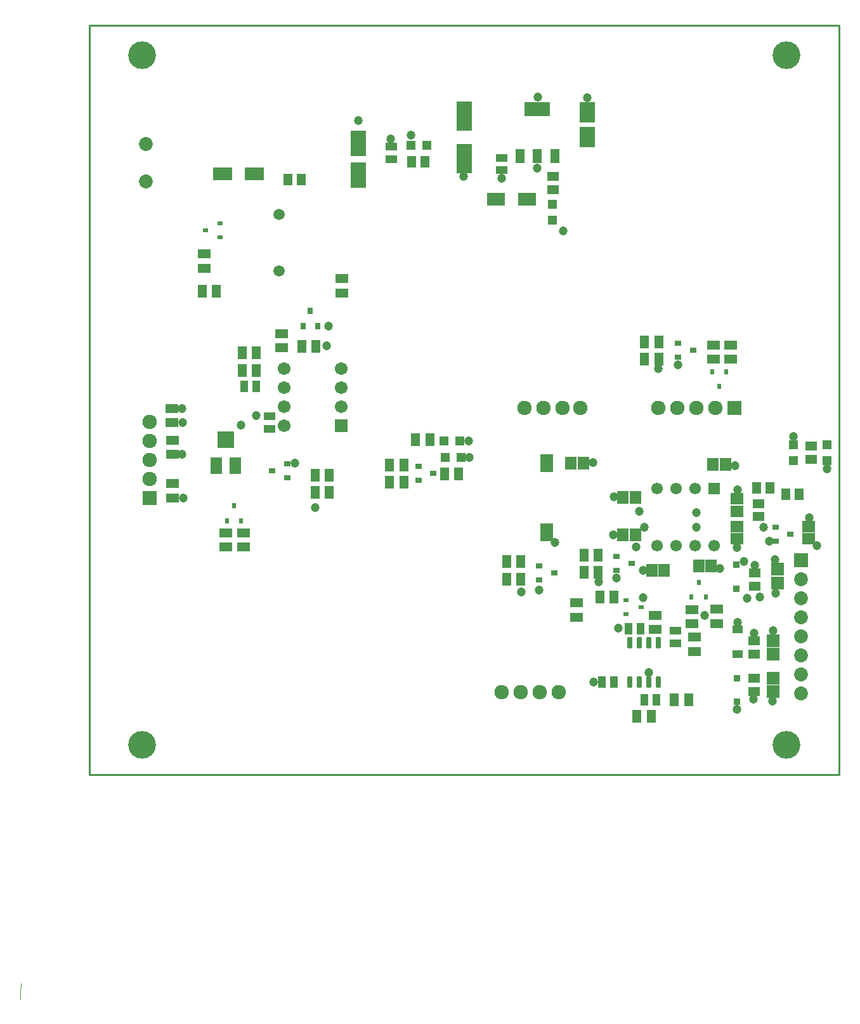
<source format=gts>
G04*
G04 #@! TF.GenerationSoftware,Altium Limited,Altium Designer,20.2.7 (254)*
G04*
G04 Layer_Color=8388736*
%FSLAX25Y25*%
%MOIN*%
G70*
G04*
G04 #@! TF.SameCoordinates,6A7C296C-3D1D-46A6-B2F7-2068CE29E54D*
G04*
G04*
G04 #@! TF.FilePolarity,Negative*
G04*
G01*
G75*
%ADD14C,0.01000*%
%ADD15C,0.00050*%
%ADD24R,0.04724X0.04724*%
%ADD32R,0.02200X0.02900*%
%ADD36R,0.03740X0.03543*%
%ADD39R,0.02900X0.02200*%
%ADD42R,0.04724X0.04724*%
%ADD46R,0.03556X0.03162*%
%ADD47R,0.04737X0.06509*%
%ADD48R,0.07099X0.09383*%
%ADD49R,0.07099X0.09461*%
%ADD50R,0.05918X0.06509*%
%ADD51R,0.08083X0.13398*%
%ADD52R,0.06509X0.04737*%
%ADD53R,0.06272X0.04383*%
%ADD54R,0.07887X0.15367*%
%ADD55R,0.04540X0.07690*%
%ADD56R,0.13398X0.07690*%
%ADD57R,0.07887X0.11036*%
%ADD58R,0.05131X0.06312*%
%ADD59R,0.06312X0.05131*%
%ADD60R,0.03556X0.03162*%
%ADD61R,0.05918X0.08674*%
%ADD62R,0.08674X0.08674*%
%ADD63R,0.06902X0.06706*%
%ADD64R,0.05603X0.04383*%
%ADD65R,0.06509X0.05918*%
%ADD66R,0.03162X0.03556*%
G04:AMPARAMS|DCode=67|XSize=29.65mil|YSize=57.21mil|CornerRadius=5.95mil|HoleSize=0mil|Usage=FLASHONLY|Rotation=0.000|XOffset=0mil|YOffset=0mil|HoleType=Round|Shape=RoundedRectangle|*
%AMROUNDEDRECTD67*
21,1,0.02965,0.04532,0,0,0.0*
21,1,0.01776,0.05721,0,0,0.0*
1,1,0.01190,0.00888,-0.02266*
1,1,0.01190,-0.00888,-0.02266*
1,1,0.01190,-0.00888,0.02266*
1,1,0.01190,0.00888,0.02266*
%
%ADD67ROUNDEDRECTD67*%
%ADD68R,0.09658X0.06706*%
%ADD69R,0.04383X0.06272*%
%ADD70R,0.09855X0.06902*%
%ADD71C,0.07591*%
%ADD72C,0.06102*%
%ADD73C,0.05918*%
%ADD74C,0.06706*%
%ADD75R,0.06706X0.06706*%
%ADD76R,0.07591X0.07591*%
%ADD77R,0.06102X0.06102*%
%ADD78C,0.07296*%
%ADD79R,0.07296X0.07296*%
%ADD80R,0.07591X0.07591*%
%ADD81C,0.04737*%
%ADD82C,0.14580*%
D14*
X0Y0D02*
X393701D01*
Y393701D01*
X0D02*
X393701D01*
X0Y0D02*
Y393701D01*
D15*
X-36371Y-118085D02*
G03*
X-36045Y-109630I-19940810J772725D01*
G01*
D24*
X168839Y330709D02*
D03*
X177106D02*
D03*
X186075Y175415D02*
D03*
X194343D02*
D03*
X195024Y166638D02*
D03*
X186756D02*
D03*
D32*
X72161Y133512D02*
D03*
X79661D02*
D03*
X75911Y141312D02*
D03*
X320007Y101173D02*
D03*
X323757Y93373D02*
D03*
X316257D02*
D03*
X330896Y203989D02*
D03*
X327146Y211789D02*
D03*
X334646D02*
D03*
D36*
X340075Y50886D02*
D03*
Y38484D02*
D03*
X339988Y110276D02*
D03*
Y97874D02*
D03*
D39*
X60801Y286022D02*
D03*
X68601Y289772D02*
D03*
Y282272D02*
D03*
X289680Y88006D02*
D03*
X281880Y84256D02*
D03*
Y91756D02*
D03*
D42*
X369976Y165157D02*
D03*
Y173425D02*
D03*
X387431D02*
D03*
Y165157D02*
D03*
X243244Y291322D02*
D03*
Y299590D02*
D03*
D46*
X236221Y109843D02*
D03*
Y102362D02*
D03*
X244094Y106102D02*
D03*
X276797Y114818D02*
D03*
Y107338D02*
D03*
X284671Y111078D02*
D03*
X95974Y159835D02*
D03*
X103848Y163575D02*
D03*
Y156094D02*
D03*
X309303Y226854D02*
D03*
Y219373D02*
D03*
X317177Y223113D02*
D03*
D47*
X219135Y111920D02*
D03*
X226616D02*
D03*
X275590Y93369D02*
D03*
X268110D02*
D03*
X87541Y221602D02*
D03*
X80061D02*
D03*
X87541Y212530D02*
D03*
X80061D02*
D03*
X178739Y176221D02*
D03*
X171259D02*
D03*
X267233Y115380D02*
D03*
X259753D02*
D03*
X267233Y106308D02*
D03*
X259753D02*
D03*
X219135Y102826D02*
D03*
X226616D02*
D03*
X59021Y254202D02*
D03*
X66501D02*
D03*
X125984Y157480D02*
D03*
X118504D02*
D03*
X165116Y162873D02*
D03*
X157636D02*
D03*
X291531Y218347D02*
D03*
X299011D02*
D03*
X295079Y30889D02*
D03*
X287598D02*
D03*
X291531Y227419D02*
D03*
X299011D02*
D03*
X307283Y39370D02*
D03*
X314764D02*
D03*
X125984Y148408D02*
D03*
X118504D02*
D03*
X165116Y153801D02*
D03*
X157636D02*
D03*
X193949Y158059D02*
D03*
X186469D02*
D03*
X118997Y225232D02*
D03*
X111517D02*
D03*
D48*
X240158Y163760D02*
D03*
D49*
Y127579D02*
D03*
D50*
X280217Y125984D02*
D03*
X286713D02*
D03*
X320144Y109587D02*
D03*
X326640D02*
D03*
X280217Y145669D02*
D03*
X286713D02*
D03*
X301965Y107480D02*
D03*
X295469D02*
D03*
X334163Y163125D02*
D03*
X327667D02*
D03*
X259418Y163827D02*
D03*
X252922D02*
D03*
D51*
X141246Y331890D02*
D03*
Y314961D02*
D03*
D52*
X132388Y253218D02*
D03*
Y260698D02*
D03*
X100971Y224247D02*
D03*
Y231728D02*
D03*
X43307Y185039D02*
D03*
Y192520D02*
D03*
X329406Y87032D02*
D03*
Y79551D02*
D03*
X60005Y273613D02*
D03*
Y266133D02*
D03*
X71610Y119658D02*
D03*
Y127138D02*
D03*
X80682Y127138D02*
D03*
Y119658D02*
D03*
X336797Y225878D02*
D03*
Y218398D02*
D03*
X327725D02*
D03*
Y225878D02*
D03*
X316348Y86840D02*
D03*
Y79360D02*
D03*
X317695Y72257D02*
D03*
Y64776D02*
D03*
X255906Y82874D02*
D03*
Y90354D02*
D03*
X297171Y76395D02*
D03*
Y83875D02*
D03*
X43482Y145442D02*
D03*
Y152922D02*
D03*
X43353Y175862D02*
D03*
Y168381D02*
D03*
D53*
X158586Y323543D02*
D03*
Y330000D02*
D03*
X216608Y324235D02*
D03*
Y317778D02*
D03*
X94488Y188268D02*
D03*
Y181811D02*
D03*
X307677Y69129D02*
D03*
Y75586D02*
D03*
D54*
X196710Y346161D02*
D03*
Y323720D02*
D03*
D55*
X226271Y324999D02*
D03*
X235326D02*
D03*
X244381D02*
D03*
D56*
X235326Y349802D02*
D03*
D57*
X261524Y335056D02*
D03*
Y348048D02*
D03*
D58*
X169246Y321975D02*
D03*
X176136D02*
D03*
X357509Y150740D02*
D03*
X350619D02*
D03*
X372809Y147263D02*
D03*
X365919D02*
D03*
X104199Y312598D02*
D03*
X111089D02*
D03*
D59*
X243539Y314278D02*
D03*
Y307388D02*
D03*
X349049Y50689D02*
D03*
Y43799D02*
D03*
X349049Y63484D02*
D03*
Y70374D02*
D03*
X349421Y106070D02*
D03*
Y99180D02*
D03*
X351662Y142554D02*
D03*
Y135664D02*
D03*
X379048Y172736D02*
D03*
Y165847D02*
D03*
D60*
X172672Y162205D02*
D03*
X180546Y158465D02*
D03*
X172672Y154724D02*
D03*
X368262Y126476D02*
D03*
X360388Y130216D02*
D03*
Y122736D02*
D03*
D61*
X66610Y162270D02*
D03*
X76610D02*
D03*
D62*
X71610Y175971D02*
D03*
D63*
X359105Y70571D02*
D03*
Y63287D02*
D03*
Y43602D02*
D03*
Y50886D02*
D03*
X361549Y100755D02*
D03*
Y108038D02*
D03*
D64*
X340567Y63411D02*
D03*
Y76285D02*
D03*
D65*
X340174Y123947D02*
D03*
Y130444D02*
D03*
X340274Y138531D02*
D03*
Y145027D02*
D03*
X377937Y123972D02*
D03*
Y130468D02*
D03*
D66*
X112211Y235780D02*
D03*
X119691D02*
D03*
X115951Y243654D02*
D03*
D67*
X298839Y48720D02*
D03*
X283839D02*
D03*
X288839D02*
D03*
X293839D02*
D03*
X283839Y69390D02*
D03*
X288839D02*
D03*
X293839D02*
D03*
X298839D02*
D03*
D68*
X229806Y302553D02*
D03*
X213664D02*
D03*
D69*
X275658Y48778D02*
D03*
X269201D02*
D03*
X291339Y39370D02*
D03*
X297795D02*
D03*
X289654Y76788D02*
D03*
X283197D02*
D03*
X87654Y204048D02*
D03*
X81197D02*
D03*
D70*
X86614Y315591D02*
D03*
X69685D02*
D03*
D71*
X246535Y43307D02*
D03*
X236535D02*
D03*
X216535D02*
D03*
X226535D02*
D03*
X238347Y192913D02*
D03*
X248346D02*
D03*
X228346D02*
D03*
X257953D02*
D03*
X298898D02*
D03*
X308898D02*
D03*
X318898D02*
D03*
X328898D02*
D03*
X31496Y185354D02*
D03*
Y175354D02*
D03*
Y165354D02*
D03*
Y155354D02*
D03*
D72*
X318107Y120490D02*
D03*
X298107Y150490D02*
D03*
X308107D02*
D03*
X318107D02*
D03*
X328107Y120490D02*
D03*
X308107D02*
D03*
X298107D02*
D03*
D73*
X99595Y264649D02*
D03*
Y294570D02*
D03*
D74*
X132287Y213509D02*
D03*
Y193509D02*
D03*
Y203509D02*
D03*
X102287Y183509D02*
D03*
Y193509D02*
D03*
Y203509D02*
D03*
Y213509D02*
D03*
D75*
X132287Y183509D02*
D03*
D76*
X338898Y192913D02*
D03*
D77*
X328107Y150490D02*
D03*
D78*
X373849Y42700D02*
D03*
Y52700D02*
D03*
Y62700D02*
D03*
Y72700D02*
D03*
Y82700D02*
D03*
Y92700D02*
D03*
Y102700D02*
D03*
X29405Y311845D02*
D03*
Y331530D02*
D03*
D79*
X373849Y112700D02*
D03*
D80*
X31496Y145354D02*
D03*
D81*
X244593Y122075D02*
D03*
X287329Y119589D02*
D03*
X288853Y138344D02*
D03*
X291339Y129921D02*
D03*
X275302Y126153D02*
D03*
X323103Y83674D02*
D03*
X226674Y96038D02*
D03*
X118401Y140544D02*
D03*
X345620Y92651D02*
D03*
X352237Y93554D02*
D03*
X248933Y285580D02*
D03*
X87586Y188607D02*
D03*
X277952Y77002D02*
D03*
X125597Y235782D02*
D03*
X141131Y343685D02*
D03*
X199598Y166717D02*
D03*
X199023Y175402D02*
D03*
X107752Y163629D02*
D03*
X48381Y192577D02*
D03*
X48533Y168424D02*
D03*
X124558Y225497D02*
D03*
X168761Y336113D02*
D03*
X158331Y334027D02*
D03*
X196652Y314290D02*
D03*
X216544Y313515D02*
D03*
X235144Y318811D02*
D03*
X235338Y355947D02*
D03*
X261624Y355818D02*
D03*
X343748Y112185D02*
D03*
X349578Y110224D02*
D03*
X382224Y120280D02*
D03*
X354331Y129921D02*
D03*
X357091Y122629D02*
D03*
X360252Y113087D02*
D03*
X49076Y145422D02*
D03*
X79447Y183743D02*
D03*
X48761Y185061D02*
D03*
X387592Y160680D02*
D03*
X359043Y75779D02*
D03*
X349076Y74533D02*
D03*
X340594Y80187D02*
D03*
X358962Y38607D02*
D03*
X348955Y39620D02*
D03*
X340088Y34427D02*
D03*
X378152Y135065D02*
D03*
X340341Y149631D02*
D03*
X369968Y177826D02*
D03*
X309251Y215518D02*
D03*
X298916Y213380D02*
D03*
X264437Y164022D02*
D03*
X275395Y146008D02*
D03*
X339194Y162377D02*
D03*
X340124Y119411D02*
D03*
X331093Y108555D02*
D03*
X290976Y107466D02*
D03*
X276860Y103555D02*
D03*
X267454Y101486D02*
D03*
X360455Y95325D02*
D03*
X264875Y48757D02*
D03*
X236209Y97129D02*
D03*
X290935Y92955D02*
D03*
X293806Y53815D02*
D03*
X318898Y137795D02*
D03*
Y129921D02*
D03*
D82*
X27559Y377953D02*
D03*
X366142D02*
D03*
Y15748D02*
D03*
X27559D02*
D03*
M02*

</source>
